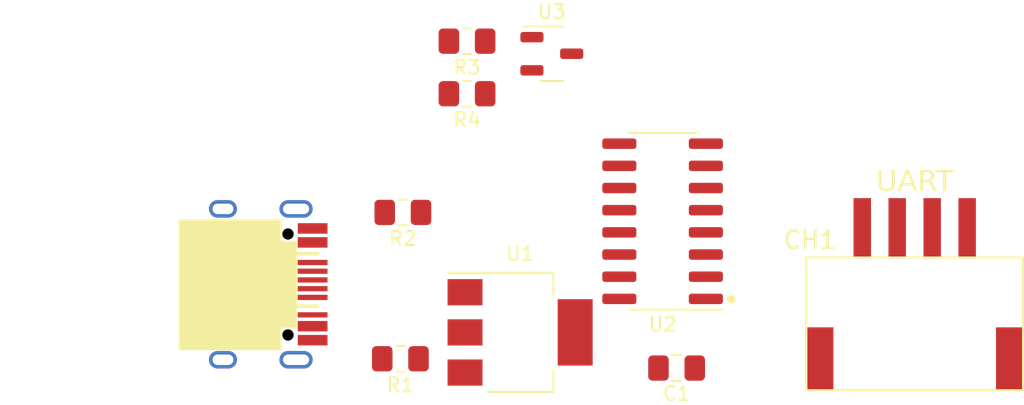
<source format=kicad_pcb>
(kicad_pcb (version 20240108) (generator "pcbnew") (generator_version "8.0")
  (layers (0 "F.Cu" signal) (31 "B.Cu" signal) (34 "B.Paste" user) (35 "F.Paste" user) (36 "B.SilkS" user "B.Silkscreen") (37 "F.SilkS" user "F.Silkscreen") (38 "B.Mask" user) (39 "F.Mask" user) (44 "Edge.Cuts" user))
  (net 0 "")
  (net 1 "+3V3")
  (net 2 "GND")
  (net 3 "+5V")
  (net 4 "Net-(U2-V3)")
  (net 5 "/USBDM")
  (net 6 "/USBDP")
  (net 7 "Net-(J1-CC1)")
  (net 8 "Net-(J1-CC2)")
  (net 11 "/RXD")
  (net 12 "/TXD")
  (net 13 "VBUS")
  (net 14 "Net-(J1-D-)")
  (net 15 "Net-(J1-D+)")
  (footprint "74th:Package_SOT-23" (layer "F.Cu") (at 85.8625 44)
    (property "Reference" "U3" (at 0 -2.4 0) (layer "F.SilkS") (effects (font (size 0.8 0.8) (thickness 0.12))))
    (property "Value" "CH213K")
    (fp_line (start 0 -1.56) (end -1.675 -1.56) (stroke (width 0.12)) (layer "F.SilkS"))
    (fp_line (start 0 -1.56) (end 0.65 -1.56) (stroke (width 0.12)) (layer "F.SilkS"))
    (fp_line (start 0 1.56) (end -0.65 1.56) (stroke (width 0.12)) (layer "F.SilkS"))
    (fp_line (start 0 1.56) (end 0.65 1.56) (stroke (width 0.12)) (layer "F.SilkS"))
    (pad "1" smd roundrect (at -1.1375 -0.95) (size 1.325 0.6) (layers "F.Cu" "F.Paste" "F.Mask") (net 2 "GND"))
    (pad "2" smd roundrect (at -1.1375 0.95) (size 1.325 0.6) (layers "F.Cu" "F.Paste" "F.Mask") (net 3 "+5V"))
    (pad "3" smd roundrect (at 1.1375 0) (size 1.325 0.6) (layers "F.Cu" "F.Paste" "F.Mask") (net 13 "VBUS"))
  )
  (footprint "74th:Package_SOT-223-3" (layer "F.Cu") (at 84.049 59.958)
    (property "Reference" "U1" (at 0 -4.5 0) (layer "F.SilkS") (effects (font (size 0.8 0.8) (thickness 0.12))))
    (property "Value" "AMS1117-3.3" (hide yes))
    (fp_line (start -4.1 -3.41) (end 1.91 -3.41) (stroke (width 0.12)) (layer "F.SilkS"))
    (fp_line (start -1.85 3.41) (end 1.91 3.41) (stroke (width 0.12)) (layer "F.SilkS"))
    (fp_line (start 1.91 -3.41) (end 1.91 -2.15) (stroke (width 0.12)) (layer "F.SilkS"))
    (fp_line (start 1.91 3.41) (end 1.91 2.15) (stroke (width 0.12)) (layer "F.SilkS"))
    (pad "1" smd rect (at -3.15 -2.3) (size 2 1.5) (layers "F.Cu" "F.Paste" "F.Mask") (net 2 "GND"))
    (pad "2" smd rect (at -3.15 0) (size 2 1.5) (layers "F.Cu" "F.Paste" "F.Mask") (net 1 "+3V3"))
    (pad "2" smd rect (at 3.15 0) (size 2 3.8) (layers "F.Cu" "F.Paste" "F.Mask") (net 1 "+3V3"))
    (pad "3" smd rect (at -3.15 2.3) (size 2 1.5) (layers "F.Cu" "F.Paste" "F.Mask") (net 3 "+5V"))
  )
  (footprint "74th:Package_SOIC-16_3.9x9.9mm_P1.27mm" (layer "F.Cu") (at 92.1995 53.594 180)
    (property "Reference" "U2" (at 0 -5.9 180) (layer "F.SilkS") (effects (font (size 0.8 0.8) (thickness 0.12))))
    (property "Value" "CH340C")
    (fp_line (start 0 5.06) (end 1.95 5.06) (stroke (width 0.12)) (layer "F.SilkS"))
    (fp_line (start 0 5.06) (end -1.95 5.06) (stroke (width 0.12)) (layer "F.SilkS"))
    (fp_line (start 0 -5.06) (end 1.95 -5.06) (stroke (width 0.12)) (layer "F.SilkS"))
    (fp_line (start 0 -5.06) (end -3.45 -5.06) (stroke (width 0.12)) (layer "F.SilkS"))
    (fp_circle (center -3.937 -4.445) (end -3.787 -4.445) (stroke (width 0.2)) (fill solid) (layer "F.SilkS"))
    (pad "1" smd roundrect (at -2.475 -4.445 180) (size 1.95 0.6) (layers "F.Cu" "F.Paste" "F.Mask") (net 2 "GND"))
    (pad "2" smd roundrect (at -2.475 -3.175 180) (size 1.95 0.6) (layers "F.Cu" "F.Paste" "F.Mask") (net 12 "/TXD"))
    (pad "3" smd roundrect (at -2.475 -1.905 180) (size 1.95 0.6) (layers "F.Cu" "F.Paste" "F.Mask") (net 11 "/RXD"))
    (pad "4" smd roundrect (at -2.475 -0.635 180) (size 1.95 0.6) (layers "F.Cu" "F.Paste" "F.Mask") (net 4 "Net-(U2-V3)"))
    (pad "5" smd roundrect (at -2.475 0.635 180) (size 1.95 0.6) (layers "F.Cu" "F.Paste" "F.Mask") (net 5 "/USBDM"))
    (pad "6" smd roundrect (at -2.475 1.905 180) (size 1.95 0.6) (layers "F.Cu" "F.Paste" "F.Mask") (net 6 "/USBDP"))
    (pad "7" smd roundrect (at -2.475 3.175 180) (size 1.95 0.6) (layers "F.Cu" "F.Paste" "F.Mask"))
    (pad "8" smd roundrect (at -2.475 4.445 180) (size 1.95 0.6) (layers "F.Cu" "F.Paste" "F.Mask"))
    (pad "9" smd roundrect (at 2.475 4.445 180) (size 1.95 0.6) (layers "F.Cu" "F.Paste" "F.Mask"))
    (pad "10" smd roundrect (at 2.475 3.175 180) (size 1.95 0.6) (layers "F.Cu" "F.Paste" "F.Mask"))
    (pad "11" smd roundrect (at 2.475 1.905 180) (size 1.95 0.6) (layers "F.Cu" "F.Paste" "F.Mask"))
    (pad "12" smd roundrect (at 2.475 0.635 180) (size 1.95 0.6) (layers "F.Cu" "F.Paste" "F.Mask"))
    (pad "13" smd roundrect (at 2.475 -0.635 180) (size 1.95 0.6) (layers "F.Cu" "F.Paste" "F.Mask"))
    (pad "14" smd roundrect (at 2.475 -1.905 180) (size 1.95 0.6) (layers "F.Cu" "F.Paste" "F.Mask"))
    (pad "15" smd roundrect (at 2.475 -3.175 180) (size 1.95 0.6) (layers "F.Cu" "F.Paste" "F.Mask"))
    (pad "16" smd roundrect (at 2.475 -4.445 180) (size 1.95 0.6) (layers "F.Cu" "F.Paste" "F.Mask") (net 1 "+3V3"))
  )
  (footprint "74th:Register_0805_2012" (layer "F.Cu") (at 77.2 61.468)
    (property "Reference" "R1" (at 0 1.5 180) (layer "F.SilkS") (effects (font (size 0.8 0.8) (thickness 0.12))))
    (property "Value" "5.1k" (hide yes))
    (fp_line (start -0.227064 -0.735) (end 0.227064 -0.735) (stroke (width 0.12)) (layer "F.SilkS"))
    (fp_line (start -0.227064 0.735) (end 0.227064 0.735) (stroke (width 0.12)) (layer "F.SilkS"))
    (pad "1" smd roundrect (at -1.0375 0) (size 1.175 1.45) (layers "F.Cu" "F.Paste" "F.Mask") (roundrect_rratio 0.208333) (net 8 "Net-(J1-CC2)"))
    (pad "2" smd roundrect (at 1.0375 0) (size 1.175 1.45) (layers "F.Cu" "F.Paste" "F.Mask") (roundrect_rratio 0.208333) (net 2 "GND"))
  )
  (footprint "74th:Register_0805_2012" (layer "F.Cu") (at 81.0125 46.29)
    (property "Reference" "R4" (at 0 1.5 180) (layer "F.SilkS") (effects (font (size 0.8 0.8) (thickness 0.12))))
    (property "Value" "27" (hide yes))
    (fp_line (start -0.227064 -0.735) (end 0.227064 -0.735) (stroke (width 0.12)) (layer "F.SilkS"))
    (fp_line (start -0.227064 0.735) (end 0.227064 0.735) (stroke (width 0.12)) (layer "F.SilkS"))
    (pad "1" smd roundrect (at -1.0375 0) (size 1.175 1.45) (layers "F.Cu" "F.Paste" "F.Mask") (roundrect_rratio 0.208333) (net 5 "/USBDM"))
    (pad "2" smd roundrect (at 1.0375 0) (size 1.175 1.45) (layers "F.Cu" "F.Paste" "F.Mask") (roundrect_rratio 0.208333) (net 14 "Net-(J1-D-)"))
  )
  (footprint "74th:Register_0805_2012" (layer "F.Cu") (at 77.343 53.086)
    (property "Reference" "R2" (at 0 1.5 180) (layer "F.SilkS") (effects (font (size 0.8 0.8) (thickness 0.12))))
    (property "Value" "5.1k" (hide yes))
    (fp_line (start -0.227064 -0.735) (end 0.227064 -0.735) (stroke (width 0.12)) (layer "F.SilkS"))
    (fp_line (start -0.227064 0.735) (end 0.227064 0.735) (stroke (width 0.12)) (layer "F.SilkS"))
    (pad "1" smd roundrect (at -1.0375 0) (size 1.175 1.45) (layers "F.Cu" "F.Paste" "F.Mask") (roundrect_rratio 0.208333) (net 7 "Net-(J1-CC1)"))
    (pad "2" smd roundrect (at 1.0375 0) (size 1.175 1.45) (layers "F.Cu" "F.Paste" "F.Mask") (roundrect_rratio 0.208333) (net 2 "GND"))
  )
  (footprint "74th:Connector_USB-C-Receptacle_SMT_12-Pin_Simple" (layer "F.Cu") (at 67.152 57.214 -90)
    (property "Reference" "J1" (hide yes))
    (property "Value" "USB2.0_C_v3")
    (fp_line (start -1.76 -4.23) (end -1.76 -5.33) (stroke (width 0.2)) (layer "F.SilkS"))
    (fp_line (start 1.24 -4.23) (end 1.24 -5.33) (stroke (width 0.2)) (layer "F.SilkS"))
    (fp_rect (start -3.67 -3.2) (end 3.7 2.578) (stroke (width 0.12)) (fill solid) (layer "F.SilkS"))
    (fp_rect (start -2.45 -4.1) (end 2.45 -2.85) (stroke (width 0.12)) (fill solid) (layer "F.SilkS"))
    (pad "" thru_hole oval (at -4.33 -4.08 90) (size 1 1.9) (drill oval 0.6 1.5) (layers "*.Cu" "*.Mask"))
    (pad "" thru_hole oval (at -4.33 0.1 90) (size 1 1.6) (drill oval 0.6 1.2) (layers "*.Cu" "*.Mask"))
    (pad "" np_thru_hole circle (at -2.89 -3.62 90) (size 0.65 0.65) (drill 0.65) (layers "*.Mask"))
    (pad "" np_thru_hole circle (at 2.89 -3.62 90) (size 0.65 0.65) (drill 0.65) (layers "*.Mask"))
    (pad "" thru_hole oval (at 4.31 -4.08 90) (size 1 1.9) (drill oval 0.6 1.5) (layers "*.Cu" "*.Mask"))
    (pad "" thru_hole oval (at 4.31 0.1 90) (size 1 1.6) (drill oval 0.6 1.2) (layers "*.Cu" "*.Mask"))
    (pad "1" smd rect (at -2.41 -5.03 90) (size 0.6 1.7) (layers "F.Cu" "F.Paste" "F.Mask") (net 13 "VBUS"))
    (pad "1" smd rect (at 2.39 -5.03 90) (size 0.6 1.7) (layers "F.Cu" "F.Paste" "F.Mask") (net 13 "VBUS"))
    (pad "2" smd rect (at -0.76 -5.03 90) (size 0.3 1.7) (layers "F.Cu" "F.Paste" "F.Mask") (net 14 "Net-(J1-D-)"))
    (pad "2" smd rect (at 0.24 -5.03 90) (size 0.3 1.7) (layers "F.Cu" "F.Paste" "F.Mask") (net 14 "Net-(J1-D-)"))
    (pad "3" smd rect (at -0.26 -5.03 90) (size 0.3 1.7) (layers "F.Cu" "F.Paste" "F.Mask") (net 15 "Net-(J1-D+)"))
    (pad "3" smd rect (at 0.74 -5.03 90) (size 0.3 1.7) (layers "F.Cu" "F.Paste" "F.Mask") (net 15 "Net-(J1-D+)"))
    (pad "4" smd rect (at -3.21 -5.03 90) (size 0.6 1.7) (layers "F.Cu" "F.Paste" "F.Mask") (net 2 "GND"))
    (pad "4" smd rect (at 3.19 -5.03 90) (size 0.6 1.7) (layers "F.Cu" "F.Paste" "F.Mask") (net 2 "GND"))
    (pad "5" smd rect (at -1.26 -5.03 90) (size 0.3 1.7) (layers "F.Cu" "F.Paste" "F.Mask") (net 7 "Net-(J1-CC1)"))
    (pad "6" smd rect (at 1.74 -5.03 90) (size 0.3 1.7) (layers "F.Cu" "F.Paste" "F.Mask") (net 8 "Net-(J1-CC2)"))
  )
  (footprint "74th:Connector_HY-2.0_SMD_4Pin" (layer "F.Cu") (at 106.619 53.968)
    (property "Reference" "CH1" (at -6 0.7 0) (layer "F.SilkS"))
    (property "Value" "UART" (at 0 -2.6 0) (layer "F.SilkS") (effects (font (size 1.2 1.2))))
    (fp_rect (start -6.2 1.7) (end 6.2 9.3) (stroke (width 0.12)) (fill none) (layer "F.SilkS"))
    (pad "" smd rect (at -5.4 7.5 180) (size 1.5 3.6) (layers "F.Cu" "F.Paste" "F.Mask"))
    (pad "" smd rect (at 5.4 7.5 180) (size 1.5 3.6) (layers "F.Cu" "F.Paste" "F.Mask"))
    (pad "1" smd rect (at 3 0 180) (size 1 3.4) (layers "F.Cu" "F.Paste" "F.Mask") (net 11 "/RXD"))
    (pad "2" smd rect (at 1 0 180) (size 1 3.4) (layers "F.Cu" "F.Paste" "F.Mask") (net 12 "/TXD"))
    (pad "3" smd rect (at -1 0 180) (size 1 3.4) (layers "F.Cu" "F.Paste" "F.Mask") (net 1 "+3V3"))
    (pad "4" smd rect (at -3 0 180) (size 1 3.4) (layers "F.Cu" "F.Paste" "F.Mask") (net 2 "GND"))
  )
  (footprint "74th:Register_0805_2012" (layer "F.Cu") (at 81.0125 43.28)
    (property "Reference" "R3" (at 0 1.5 180) (layer "F.SilkS") (effects (font (size 0.8 0.8) (thickness 0.12))))
    (property "Value" "27" (hide yes))
    (fp_line (start -0.227064 -0.735) (end 0.227064 -0.735) (stroke (width 0.12)) (layer "F.SilkS"))
    (fp_line (start -0.227064 0.735) (end 0.227064 0.735) (stroke (width 0.12)) (layer "F.SilkS"))
    (pad "1" smd roundrect (at -1.0375 0) (size 1.175 1.45) (layers "F.Cu" "F.Paste" "F.Mask") (roundrect_rratio 0.208333) (net 6 "/USBDP"))
    (pad "2" smd roundrect (at 1.0375 0) (size 1.175 1.45) (layers "F.Cu" "F.Paste" "F.Mask") (roundrect_rratio 0.208333) (net 15 "Net-(J1-D+)"))
  )
  (footprint "74th:Capacitor_0805_2012" (layer "F.Cu") (at 93 62)
    (property "Reference" "C1" (at 0 1.45 180) (layer "F.SilkS") (effects (font (size 0.8 0.8) (thickness 0.12))))
    (property "Value" "100n" (hide yes))
    (fp_line (start -0.261252 -0.735) (end 0.261252 -0.735) (stroke (width 0.12)) (layer "F.SilkS"))
    (fp_line (start -0.261252 0.735) (end 0.261252 0.735) (stroke (width 0.12)) (layer "F.SilkS"))
    (pad "1" smd roundrect (at -1.0375 0) (size 1.175 1.45) (layers "F.Cu" "F.Paste" "F.Mask") (roundrect_rratio 0.212766) (net 4 "Net-(U2-V3)"))
    (pad "2" smd roundrect (at 1.0375 0) (size 1.175 1.45) (layers "F.Cu" "F.Paste" "F.Mask") (roundrect_rratio 0.212766) (net 2 "GND"))
  )
)
</source>
